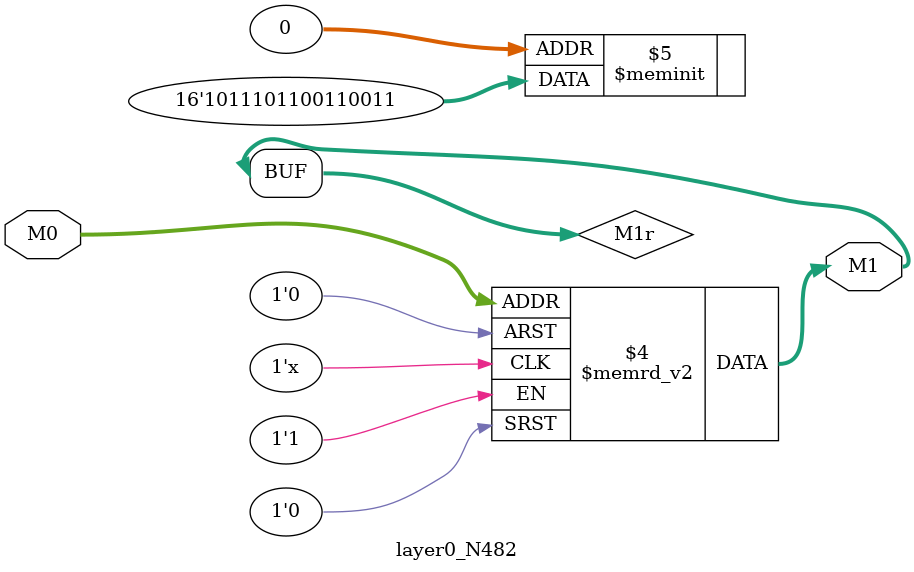
<source format=v>
module layer0_N482 ( input [2:0] M0, output [1:0] M1 );

	(*rom_style = "distributed" *) reg [1:0] M1r;
	assign M1 = M1r;
	always @ (M0) begin
		case (M0)
			3'b000: M1r = 2'b11;
			3'b100: M1r = 2'b11;
			3'b010: M1r = 2'b11;
			3'b110: M1r = 2'b11;
			3'b001: M1r = 2'b00;
			3'b101: M1r = 2'b10;
			3'b011: M1r = 2'b00;
			3'b111: M1r = 2'b10;

		endcase
	end
endmodule

</source>
